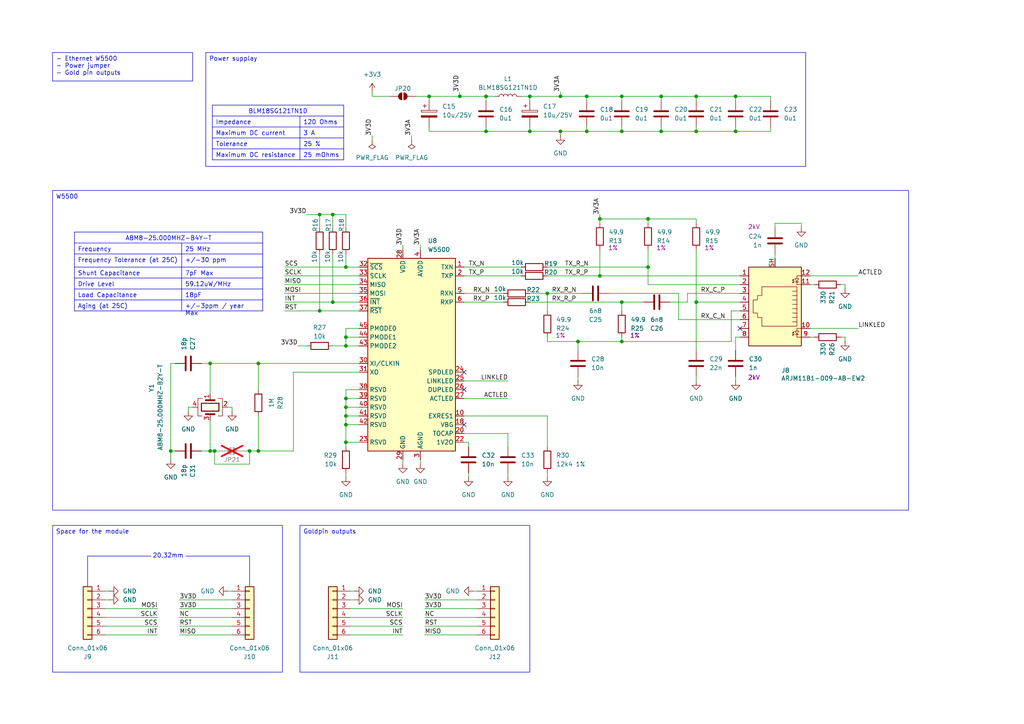
<source format=kicad_sch>
(kicad_sch (version 20250114) (generator "eeschema") (generator_version "9.0")
  (paper "A4")
  (lib_symbols
    (symbol "Connector:RJ45_LED_Shielded" (pin_names (offset 1.016))
      (property "Reference" "J" (at -5.08 13.97 0))
      (property "Value" "RJ45_LED_Shielded" (at 1.27 13.97 0))
      (symbol "RJ45_LED_Shielded_1_1"
        (pin passive line (at -10.16 10.16 0) (length 2.54) (name "~") (number "9"))
        (pin passive line (at -10.16 7.62 0) (length 2.54) (name "~") (number "10"))
        (pin passive line (at -10.16 -5.08 0) (length 2.54) (name "~") (number "11"))
        (pin passive line (at -10.16 -7.62 0) (length 2.54) (name "~") (number "12"))
        (pin passive line (at 0 -12.7 90) (length 2.54) (name "~") (number "SH"))
        (pin passive line (at 10.16 10.16 180) (length 2.54) (name "~") (number "8"))
        (pin passive line (at 10.16 7.62 180) (length 2.54) (name "~") (number "7"))
        (pin passive line (at 10.16 5.08 180) (length 2.54) (name "~") (number "6"))
        (pin passive line (at 10.16 2.54 180) (length 2.54) (name "~") (number "5"))
        (pin passive line (at 10.16 0 180) (length 2.54) (name "~") (number "4"))
        (pin passive line (at 10.16 -2.54 180) (length 2.54) (name "~") (number "3"))
        (pin passive line (at 10.16 -5.08 180) (length 2.54) (name "~") (number "2"))
        (pin passive line (at 10.16 -7.62 180) (length 2.54) (name "~") (number "1"))
      )
    )
    (symbol "Connector_Generic:Conn_01x06" (pin_names (offset 1.016) (hide yes))
      (property "Reference" "J" (at 0 7.62 0))
      (property "Value" "Conn_01x06" (at 0 -10.16 0))
      (symbol "Conn_01x06_1_1"
        (pin passive line (at -5.08 5.08 0) (length 3.81) (name "Pin_1") (number "1"))
        (pin passive line (at -5.08 2.54 0) (length 3.81) (name "Pin_2") (number "2"))
        (pin passive line (at -5.08 0 0) (length 3.81) (name "Pin_3") (number "3"))
        (pin passive line (at -5.08 -2.54 0) (length 3.81) (name "Pin_4") (number "4"))
        (pin passive line (at -5.08 -5.08 0) (length 3.81) (name "Pin_5") (number "5"))
        (pin passive line (at -5.08 -7.62 0) (length 3.81) (name "Pin_6") (number "6"))
      )
    )
    (symbol "Device:C" (pin_numbers (hide yes)) (pin_names (offset 0.254))
      (property "Reference" "C" (at 0.635 2.54 0))
      (property "Value" "C" (at 0.635 -2.54 0))
      (symbol "C_1_1"
        (pin passive line (at 0 3.81 270) (length 2.794) (name "~") (number "1"))
        (pin passive line (at 0 -3.81 90) (length 2.794) (name "~") (number "2"))
      )
    )
    (symbol "Device:C_Polarized" (pin_numbers (hide yes)) (pin_names (offset 0.254))
      (property "Reference" "C" (at 0.635 2.54 0))
      (property "Value" "C_Polarized" (at 0.635 -2.54 0))
      (symbol "C_Polarized_1_1"
        (pin passive line (at 0 3.81 270) (length 2.794) (name "~") (number "1"))
        (pin passive line (at 0 -3.81 90) (length 2.794) (name "~") (number "2"))
      )
    )
    (symbol "Device:Crystal_GND24" (pin_names (offset 1.016) (hide yes))
      (property "Reference" "Y" (at 3.175 5.08 0))
      (property "Value" "Crystal_GND24" (at 3.175 3.175 0))
      (symbol "Crystal_GND24_1_1"
        (pin passive line (at -3.81 0 0) (length 1.27) (name "1") (number "1"))
        (pin passive line (at 0 5.08 270) (length 1.27) (name "2") (number "2"))
        (pin passive line (at 0 -5.08 90) (length 1.27) (name "4") (number "4"))
        (pin passive line (at 3.81 0 180) (length 1.27) (name "3") (number "3"))
      )
    )
    (symbol "Device:L" (pin_numbers (hide yes)) (pin_names (offset 1.016) (hide yes))
      (property "Reference" "L" (at -1.27 0 90))
      (property "Value" "L" (at 1.905 0 90))
      (symbol "L_1_1"
        (pin passive line (at 0 3.81 270) (length 1.27) (name "1") (number "1"))
        (pin passive line (at 0 -3.81 90) (length 1.27) (name "2") (number "2"))
      )
    )
    (symbol "Device:R" (pin_numbers (hide yes)) (pin_names (offset 0))
      (property "Reference" "R" (at 2.032 0 90))
      (property "Value" "R" (at 0 0 90))
      (symbol "R_1_1"
        (pin passive line (at 0 3.81 270) (length 1.27) (name "~") (number "1"))
        (pin passive line (at 0 -3.81 90) (length 1.27) (name "~") (number "2"))
      )
    )
    (symbol "Interface_Ethernet:W5500"
      (property "Reference" "U" (at -11.43 29.21 0))
      (property "Value" "W5500" (at 8.89 29.21 0))
      (symbol "W5500_1_1"
        (pin input line (at -15.24 25.4 0) (length 2.54) (name "~{SCS}") (number "32"))
        (pin input line (at -15.24 22.86 0) (length 2.54) (name "SCLK") (number "33"))
        (pin output line (at -15.24 20.32 0) (length 2.54) (name "MISO") (number "34"))
        (pin input line (at -15.24 17.78 0) (length 2.54) (name "MOSI") (number "35"))
        (pin input line (at -15.24 15.24 0) (length 2.54) (name "~{INT}") (number "36"))
        (pin input line (at -15.24 12.7 0) (length 2.54) (name "~{RST}") (number "37"))
        (pin input line (at -15.24 7.62 0) (length 2.54) (name "PMODE0") (number "45"))
        (pin input line (at -15.24 5.08 0) (length 2.54) (name "PMODE1") (number "44"))
        (pin input line (at -15.24 2.54 0) (length 2.54) (name "PMODE2") (number "43"))
        (pin input line (at -15.24 -2.54 0) (length 2.54) (name "XI/CLKIN") (number "30"))
        (pin output line (at -15.24 -5.08 0) (length 2.54) (name "XO") (number "31"))
        (pin input line (at -15.24 -10.16 0) (length 2.54) (name "RSVD") (number "38"))
        (pin input line (at -15.24 -12.7 0) (length 2.54) (name "RSVD") (number "39"))
        (pin input line (at -15.24 -15.24 0) (length 2.54) (name "RSVD") (number "40"))
        (pin input line (at -15.24 -17.78 0) (length 2.54) (name "RSVD") (number "41"))
        (pin input line (at -15.24 -20.32 0) (length 2.54) (name "RSVD") (number "42"))
        (pin input line (at -15.24 -25.4 0) (length 2.54) (name "RSVD") (number "23"))
        (pin power_in line (at -2.54 30.48 270) (length 2.54) (name "VDD") (number "28"))
        (pin power_in line (at -2.54 -30.48 90) (length 2.54) (name "GND") (number "29"))
        (pin passive line (at 2.54 30.48 270) (length 2.54) (hide yes) (name "AVDD") (number "11"))
        (pin passive line (at 2.54 30.48 270) (length 2.54) (hide yes) (name "AVDD") (number "15"))
        (pin passive line (at 2.54 30.48 270) (length 2.54) (hide yes) (name "AVDD") (number "17"))
        (pin passive line (at 2.54 30.48 270) (length 2.54) (hide yes) (name "AVDD") (number "21"))
        (pin power_in line (at 2.54 30.48 270) (length 2.54) (name "AVDD") (number "4"))
        (pin passive line (at 2.54 30.48 270) (length 2.54) (hide yes) (name "AVDD") (number "8"))
        (pin passive line (at 2.54 -30.48 90) (length 2.54) (hide yes) (name "AGND") (number "14"))
        (pin passive line (at 2.54 -30.48 90) (length 2.54) (hide yes) (name "AGND") (number "16"))
        (pin passive line (at 2.54 -30.48 90) (length 2.54) (hide yes) (name "AGND") (number "19"))
        (pin power_in line (at 2.54 -30.48 90) (length 2.54) (name "AGND") (number "3"))
        (pin passive line (at 2.54 -30.48 90) (length 2.54) (hide yes) (name "AGND") (number "48"))
        (pin passive line (at 2.54 -30.48 90) (length 2.54) (hide yes) (name "AGND") (number "9"))
        (pin no_connect line (at 12.7 10.16 180) (length 2.54) (hide yes) (name "DNC") (number "7"))
        (pin no_connect line (at 12.7 7.62 180) (length 2.54) (hide yes) (name "NC") (number "12"))
        (pin no_connect line (at 12.7 5.08 180) (length 2.54) (hide yes) (name "NC") (number "13"))
        (pin no_connect line (at 12.7 2.54 180) (length 2.54) (hide yes) (name "NC") (number "46"))
        (pin no_connect line (at 12.7 0 180) (length 2.54) (hide yes) (name "NC") (number "47"))
        (pin output line (at 15.24 25.4 180) (length 2.54) (name "TXN") (number "1"))
        (pin output line (at 15.24 22.86 180) (length 2.54) (name "TXP") (number "2"))
        (pin input line (at 15.24 17.78 180) (length 2.54) (name "RXN") (number "5"))
        (pin input line (at 15.24 15.24 180) (length 2.54) (name "RXP") (number "6"))
        (pin output line (at 15.24 -5.08 180) (length 2.54) (name "SPDLED") (number "24"))
        (pin output line (at 15.24 -7.62 180) (length 2.54) (name "LINKLED") (number "25"))
        (pin output line (at 15.24 -10.16 180) (length 2.54) (name "DUPLED") (number "26"))
        (pin output line (at 15.24 -12.7 180) (length 2.54) (name "ACTLED") (number "27"))
        (pin passive line (at 15.24 -17.78 180) (length 2.54) (name "EXRES1") (number "10"))
        (pin passive line (at 15.24 -20.32 180) (length 2.54) (name "VBG") (number "18"))
        (pin passive line (at 15.24 -22.86 180) (length 2.54) (name "TOCAP") (number "20"))
        (pin output line (at 15.24 -25.4 180) (length 2.54) (name "1V2O") (number "22"))
      )
    )
    (symbol "Jumper:SolderJumper_2_Open" (pin_numbers (hide yes)) (pin_names (offset 0) (hide yes)) (in_bom no)
      (property "Reference" "JP" (at 0 2.032 0))
      (property "Value" "SolderJumper_2_Open" (at 0 -2.54 0))
      (symbol "SolderJumper_2_Open_1_1"
        (pin passive line (at -3.81 0 0) (length 2.54) (name "A") (number "1"))
        (pin passive line (at 3.81 0 180) (length 2.54) (name "B") (number "2"))
      )
    )
    (symbol "power:+3V3" (power) (pin_numbers (hide yes)) (pin_names (offset 0) (hide yes))
      (property "Value" "+3V3" (at 0 3.556 0))
      (symbol "+3V3_1_1"
        (pin power_in line (at 0 0 90) (length 0) (name "~") (number "1"))
      )
    )
    (symbol "power:GND" (power) (pin_numbers (hide yes)) (pin_names (offset 0) (hide yes))
      (property "Value" "GND" (at 0 -3.81 0))
      (symbol "GND_1_1"
        (pin power_in line (at 0 0 270) (length 0) (name "~") (number "1"))
      )
    )
    (symbol "power:PWR_FLAG" (power) (pin_numbers (hide yes)) (pin_names (offset 0) (hide yes))
      (property "Value" "PWR_FLAG" (at 0 3.81 0))
      (symbol "PWR_FLAG_0_0"
        (pin power_out line (at 0 0 90) (length 0) (name "~") (number "1"))
      )
    )
  )
  (text "20,32mm" (at 48.768 161.29 0) (effects (font (size 1.27 1.27))))
  (text_box "Space for the module" (at 15.24 152.4 0) (size 66.675 42.545) (margins 0.9525 0.9525 0.9525 0.9525) (effects (font (size 1.27 1.27)) (justify left top)))
  (text_box "- Ethernet W5500\n- Power jumper\n- Gold pin outputs" (at 15.24 15.24 0) (size 40.64 8.255) (margins 0.9525 0.9525 0.9525 0.9525) (effects (font (size 1.27 1.27)) (justify left top)))
  (text_box "Goldpin outputs" (at 86.995 152.4 0) (size 66.675 42.545) (margins 0.9525 0.9525 0.9525 0.9525) (effects (font (size 1.27 1.27)) (justify left top)))
  (text_box "Power supplay" (at 59.69 15.24 0) (size 173.99 33.02) (margins 0.9525 0.9525 0.9525 0.9525) (effects (font (size 1.27 1.27)) (justify left top)))
  (text_box "W5500" (at 15.24 55.245 0) (size 248.285 92.71) (margins 0.9525 0.9525 0.9525 0.9525) (effects (font (size 1.27 1.27)) (justify left top)))
  (junction (at 49.53 130.81))
  (junction (at 100.33 118.11))
  (junction (at 72.39 130.81))
  (junction (at 74.93 105.41))
  (junction (at 201.93 87.63))
  (junction (at 187.96 63.5))
  (junction (at 213.36 38.1))
  (junction (at 201.93 38.1))
  (junction (at 92.71 62.23))
  (junction (at 170.18 38.1))
  (junction (at 170.18 27.94))
  (junction (at 173.99 63.5))
  (junction (at 100.33 100.33))
  (junction (at 100.33 97.79))
  (junction (at 180.34 38.1))
  (junction (at 96.52 62.23))
  (junction (at 201.93 27.94))
  (junction (at 153.67 38.1))
  (junction (at 180.34 99.06))
  (junction (at 180.34 87.63))
  (junction (at 60.96 105.41))
  (junction (at 100.33 120.65))
  (junction (at 92.71 90.17))
  (junction (at 133.35 27.94))
  (junction (at 173.99 80.01))
  (junction (at 100.33 128.27))
  (junction (at 162.56 27.94))
  (junction (at 60.96 130.81))
  (junction (at 124.46 27.94))
  (junction (at 140.97 27.94))
  (junction (at 162.56 38.1))
  (junction (at 62.23 130.81))
  (junction (at 187.96 77.47))
  (junction (at 191.77 27.94))
  (junction (at 191.77 38.1))
  (junction (at 74.93 130.81))
  (junction (at 100.33 123.19))
  (junction (at 158.75 85.09))
  (junction (at 180.34 27.94))
  (junction (at 213.36 27.94))
  (junction (at 100.33 115.57))
  (junction (at 167.64 99.06))
  (junction (at 100.33 77.47))
  (junction (at 153.67 27.94))
  (junction (at 96.52 87.63))
  (junction (at 140.97 38.1))
  (no_connect (at 134.62 123.19))
  (no_connect (at 214.63 95.25))
  (no_connect (at 134.62 113.03))
  (no_connect (at 134.62 107.95))
  (wire (pts (xy 180.34 36.83) (xy 180.34 38.1)))
  (wire (pts (xy 116.84 176.53) (xy 101.6 176.53)))
  (wire (pts (xy 180.34 99.06) (xy 180.34 97.79)))
  (wire (pts (xy 60.96 105.41) (xy 74.93 105.41)))
  (wire (pts (xy 74.93 120.65) (xy 74.93 130.81)))
  (wire (pts (xy 123.19 173.99) (xy 138.43 173.99)))
  (wire (pts (xy 100.33 118.11) (xy 104.14 118.11)))
  (wire (pts (xy 100.33 115.57) (xy 104.14 115.57)))
  (wire (pts (xy 224.79 64.77) (xy 224.79 66.04)))
  (wire (pts (xy 158.75 97.79) (xy 158.75 99.06)))
  (wire (pts (xy 52.07 176.53) (xy 67.31 176.53)))
  (wire (pts (xy 123.19 176.53) (xy 138.43 176.53)))
  (wire (pts (xy 102.87 171.45) (xy 101.6 171.45)))
  (wire (pts (xy 96.52 73.66) (xy 96.52 87.63)))
  (wire (pts (xy 100.33 128.27) (xy 100.33 129.54)))
  (wire (pts (xy 176.53 85.09) (xy 196.85 85.09)))
  (wire (pts (xy 116.84 179.07) (xy 101.6 179.07)))
  (wire (pts (xy 71.12 130.81) (xy 72.39 130.81)))
  (wire (pts (xy 100.33 73.66) (xy 100.33 77.47)))
  (wire (pts (xy 162.56 27.94) (xy 170.18 27.94)))
  (wire (pts (xy 58.42 130.81) (xy 60.96 130.81)))
  (wire (pts (xy 74.93 105.41) (xy 74.93 113.03)))
  (wire (pts (xy 158.75 137.16) (xy 158.75 138.43)))
  (wire (pts (xy 92.71 62.23) (xy 96.52 62.23)))
  (wire (pts (xy 100.33 123.19) (xy 100.33 128.27)))
  (wire (pts (xy 170.18 36.83) (xy 170.18 38.1)))
  (wire (pts (xy 96.52 87.63) (xy 104.14 87.63)))
  (wire (pts (xy 158.75 129.54) (xy 158.75 120.65)))
  (wire (pts (xy 82.55 85.09) (xy 104.14 85.09)))
  (wire (pts (xy 52.07 173.99) (xy 67.31 173.99)))
  (wire (pts (xy 151.13 27.94) (xy 153.67 27.94)))
  (wire (pts (xy 116.84 134.62) (xy 116.84 133.35)))
  (wire (pts (xy 180.34 87.63) (xy 180.34 90.17)))
  (wire (pts (xy 180.34 27.94) (xy 180.34 29.21)))
  (wire (pts (xy 133.35 26.67) (xy 133.35 27.94)))
  (wire (pts (xy 245.11 99.06) (xy 245.11 97.79)))
  (wire (pts (xy 153.67 38.1) (xy 162.56 38.1)))
  (wire (pts (xy 201.93 109.22) (xy 201.93 110.49)))
  (wire (pts (xy 213.36 27.94) (xy 213.36 29.21)))
  (wire (pts (xy 191.77 38.1) (xy 201.93 38.1)))
  (wire (pts (xy 224.79 73.66) (xy 224.79 74.93)))
  (wire (pts (xy 213.36 27.94) (xy 223.52 27.94)))
  (wire (pts (xy 173.99 63.5) (xy 187.96 63.5)))
  (wire (pts (xy 102.87 173.99) (xy 101.6 173.99)))
  (wire (pts (xy 100.33 115.57) (xy 100.33 118.11)))
  (wire (pts (xy 45.72 184.15) (xy 30.48 184.15)))
  (wire (pts (xy 54.61 119.38) (xy 54.61 118.11)))
  (wire (pts (xy 213.36 97.79) (xy 214.63 97.79)))
  (wire (pts (xy 234.95 95.25) (xy 248.92 95.25)))
  (wire (pts (xy 54.61 118.11) (xy 55.88 118.11)))
  (wire (pts (xy 134.62 77.47) (xy 151.13 77.47)))
  (wire (pts (xy 60.96 121.92) (xy 60.96 130.81)))
  (wire (pts (xy 201.93 36.83) (xy 201.93 38.1)))
  (wire (pts (xy 124.46 38.1) (xy 140.97 38.1)))
  (wire (pts (xy 191.77 27.94) (xy 191.77 29.21)))
  (wire (pts (xy 173.99 80.01) (xy 214.63 80.01)))
  (wire (pts (xy 135.89 129.54) (xy 135.89 128.27)))
  (wire (pts (xy 52.07 179.07) (xy 67.31 179.07)))
  (wire (pts (xy 180.34 99.06) (xy 212.09 99.06)))
  (wire (pts (xy 153.67 27.94) (xy 162.56 27.94)))
  (wire (pts (xy 121.92 71.12) (xy 121.92 72.39)))
  (wire (pts (xy 199.39 85.09) (xy 214.63 85.09)))
  (wire (pts (xy 104.14 95.25) (xy 100.33 95.25)))
  (wire (pts (xy 107.95 39.37) (xy 107.95 40.64)))
  (wire (pts (xy 196.85 85.09) (xy 196.85 92.71)))
  (wire (pts (xy 201.93 72.39) (xy 201.93 87.63)))
  (wire (pts (xy 187.96 82.55) (xy 214.63 82.55)))
  (wire (pts (xy 158.75 99.06) (xy 167.64 99.06)))
  (wire (pts (xy 140.97 36.83) (xy 140.97 38.1)))
  (wire (pts (xy 86.36 100.33) (xy 88.9 100.33)))
  (wire (pts (xy 124.46 27.94) (xy 124.46 29.21)))
  (wire (pts (xy 223.52 36.83) (xy 223.52 38.1)))
  (wire (pts (xy 173.99 63.5) (xy 173.99 64.77)))
  (wire (pts (xy 58.42 105.41) (xy 60.96 105.41)))
  (wire (pts (xy 52.07 181.61) (xy 67.31 181.61)))
  (wire (pts (xy 60.96 105.41) (xy 60.96 114.3)))
  (wire (pts (xy 88.9 62.23) (xy 92.71 62.23)))
  (wire (pts (xy 49.53 105.41) (xy 50.8 105.41)))
  (wire (pts (xy 187.96 77.47) (xy 187.96 82.55)))
  (wire (pts (xy 62.23 134.62) (xy 72.39 134.62)))
  (wire (pts (xy 60.96 130.81) (xy 62.23 130.81)))
  (wire (pts (xy 187.96 63.5) (xy 187.96 64.77)))
  (wire (pts (xy 201.93 63.5) (xy 201.93 64.77)))
  (wire (pts (xy 100.33 118.11) (xy 100.33 120.65)))
  (wire (pts (xy 213.36 101.6) (xy 213.36 97.79)))
  (wire (pts (xy 214.63 90.17) (xy 212.09 90.17)))
  (wire (pts (xy 140.97 38.1) (xy 153.67 38.1)))
  (wire (pts (xy 116.84 71.12) (xy 116.84 72.39)))
  (wire (pts (xy 212.09 90.17) (xy 212.09 99.06)))
  (wire (pts (xy 201.93 27.94) (xy 213.36 27.94)))
  (wire (pts (xy 31.75 171.45) (xy 30.48 171.45)))
  (wire (pts (xy 96.52 100.33) (xy 100.33 100.33)))
  (wire (pts (xy 243.84 97.79) (xy 245.11 97.79)))
  (wire (pts (xy 123.19 179.07) (xy 138.43 179.07)))
  (wire (pts (xy 170.18 38.1) (xy 180.34 38.1)))
  (wire (pts (xy 199.39 87.63) (xy 199.39 85.09)))
  (wire (pts (xy 123.19 181.61) (xy 138.43 181.61)))
  (wire (pts (xy 62.23 130.81) (xy 63.5 130.81)))
  (wire (pts (xy 119.38 39.37) (xy 119.38 40.64)))
  (wire (pts (xy 100.33 113.03) (xy 100.33 115.57)))
  (wire (pts (xy 153.67 85.09) (xy 158.75 85.09)))
  (wire (pts (xy 85.09 130.81) (xy 74.93 130.81)))
  (wire (pts (xy 100.33 97.79) (xy 100.33 100.33)))
  (wire (pts (xy 92.71 73.66) (xy 92.71 90.17)))
  (wire (pts (xy 162.56 39.37) (xy 162.56 38.1)))
  (wire (pts (xy 31.75 173.99) (xy 30.48 173.99)))
  (wire (pts (xy 180.34 38.1) (xy 191.77 38.1)))
  (wire (pts (xy 153.67 36.83) (xy 153.67 38.1)))
  (wire (pts (xy 162.56 26.67) (xy 162.56 27.94)))
  (polyline (pts (xy 72.39 161.29) (xy 72.39 170.18)))
  (wire (pts (xy 116.84 181.61) (xy 101.6 181.61)))
  (wire (pts (xy 194.31 87.63) (xy 199.39 87.63)))
  (wire (pts (xy 100.33 123.19) (xy 104.14 123.19)))
  (wire (pts (xy 82.55 77.47) (xy 100.33 77.47)))
  (wire (pts (xy 196.85 92.71) (xy 214.63 92.71)))
  (wire (pts (xy 82.55 90.17) (xy 92.71 90.17)))
  (wire (pts (xy 173.99 62.23) (xy 173.99 63.5)))
  (wire (pts (xy 170.18 27.94) (xy 170.18 29.21)))
  (wire (pts (xy 45.72 181.61) (xy 30.48 181.61)))
  (wire (pts (xy 153.67 27.94) (xy 153.67 29.21)))
  (wire (pts (xy 100.33 97.79) (xy 104.14 97.79)))
  (wire (pts (xy 180.34 87.63) (xy 186.69 87.63)))
  (wire (pts (xy 135.89 128.27) (xy 134.62 128.27)))
  (wire (pts (xy 96.52 62.23) (xy 100.33 62.23)))
  (wire (pts (xy 82.55 87.63) (xy 96.52 87.63)))
  (wire (pts (xy 49.53 105.41) (xy 49.53 130.81)))
  (wire (pts (xy 85.09 107.95) (xy 85.09 130.81)))
  (wire (pts (xy 167.64 109.22) (xy 167.64 110.49)))
  (wire (pts (xy 213.36 36.83) (xy 213.36 38.1)))
  (wire (pts (xy 67.31 119.38) (xy 67.31 118.11)))
  (wire (pts (xy 147.32 137.16) (xy 147.32 138.43)))
  (wire (pts (xy 167.64 99.06) (xy 167.64 101.6)))
  (wire (pts (xy 158.75 80.01) (xy 173.99 80.01)))
  (wire (pts (xy 232.41 64.77) (xy 224.79 64.77)))
  (wire (pts (xy 134.62 110.49) (xy 147.32 110.49)))
  (wire (pts (xy 234.95 97.79) (xy 236.22 97.79)))
  (wire (pts (xy 167.64 99.06) (xy 180.34 99.06)))
  (wire (pts (xy 100.33 95.25) (xy 100.33 97.79)))
  (wire (pts (xy 96.52 62.23) (xy 96.52 66.04)))
  (wire (pts (xy 140.97 27.94) (xy 140.97 29.21)))
  (polyline (pts (xy 53.975 161.29) (xy 72.39 161.29)))
  (wire (pts (xy 104.14 107.95) (xy 85.09 107.95)))
  (wire (pts (xy 158.75 85.09) (xy 168.91 85.09)))
  (wire (pts (xy 162.56 38.1) (xy 170.18 38.1)))
  (wire (pts (xy 201.93 38.1) (xy 213.36 38.1)))
  (wire (pts (xy 107.95 27.94) (xy 113.03 27.94)))
  (wire (pts (xy 147.32 125.73) (xy 134.62 125.73)))
  (wire (pts (xy 49.53 133.35) (xy 49.53 130.81)))
  (wire (pts (xy 137.16 171.45) (xy 138.43 171.45)))
  (wire (pts (xy 123.19 184.15) (xy 138.43 184.15)))
  (wire (pts (xy 158.75 77.47) (xy 187.96 77.47)))
  (wire (pts (xy 100.33 100.33) (xy 104.14 100.33)))
  (wire (pts (xy 134.62 87.63) (xy 146.05 87.63)))
  (wire (pts (xy 100.33 120.65) (xy 100.33 123.19)))
  (wire (pts (xy 62.23 130.81) (xy 62.23 134.62)))
  (wire (pts (xy 116.84 184.15) (xy 101.6 184.15)))
  (wire (pts (xy 124.46 27.94) (xy 133.35 27.94)))
  (wire (pts (xy 66.04 171.45) (xy 67.31 171.45)))
  (wire (pts (xy 120.65 27.94) (xy 124.46 27.94)))
  (wire (pts (xy 92.71 90.17) (xy 104.14 90.17)))
  (wire (pts (xy 232.41 66.04) (xy 232.41 64.77)))
  (wire (pts (xy 74.93 105.41) (xy 104.14 105.41)))
  (wire (pts (xy 173.99 72.39) (xy 173.99 80.01)))
  (wire (pts (xy 201.93 87.63) (xy 214.63 87.63)))
  (wire (pts (xy 187.96 72.39) (xy 187.96 77.47)))
  (polyline (pts (xy 25.4 161.29) (xy 25.4 170.18)))
  (wire (pts (xy 170.18 27.94) (xy 180.34 27.94)))
  (polyline (pts (xy 43.815 161.29) (xy 25.4 161.29)))
  (wire (pts (xy 100.33 77.47) (xy 104.14 77.47)))
  (wire (pts (xy 135.89 137.16) (xy 135.89 138.43)))
  (wire (pts (xy 191.77 27.94) (xy 201.93 27.94)))
  (wire (pts (xy 234.95 82.55) (xy 236.22 82.55)))
  (wire (pts (xy 201.93 87.63) (xy 201.93 101.6)))
  (wire (pts (xy 121.92 134.62) (xy 121.92 133.35)))
  (wire (pts (xy 158.75 85.09) (xy 158.75 90.17)))
  (wire (pts (xy 67.31 118.11) (xy 66.04 118.11)))
  (wire (pts (xy 92.71 62.23) (xy 92.71 66.04)))
  (wire (pts (xy 245.11 82.55) (xy 243.84 82.55)))
  (wire (pts (xy 82.55 82.55) (xy 104.14 82.55)))
  (wire (pts (xy 147.32 129.54) (xy 147.32 125.73)))
  (wire (pts (xy 134.62 115.57) (xy 147.32 115.57)))
  (wire (pts (xy 100.33 138.43) (xy 100.33 137.16)))
  (wire (pts (xy 234.95 80.01) (xy 248.92 80.01)))
  (wire (pts (xy 82.55 80.01) (xy 104.14 80.01)))
  (wire (pts (xy 124.46 36.83) (xy 124.46 38.1)))
  (wire (pts (xy 133.35 27.94) (xy 140.97 27.94)))
  (wire (pts (xy 213.36 38.1) (xy 223.52 38.1)))
  (wire (pts (xy 223.52 27.94) (xy 223.52 29.21)))
  (wire (pts (xy 187.96 63.5) (xy 201.93 63.5)))
  (wire (pts (xy 153.67 87.63) (xy 180.34 87.63)))
  (wire (pts (xy 100.33 128.27) (xy 104.14 128.27)))
  (wire (pts (xy 100.33 113.03) (xy 104.14 113.03)))
  (wire (pts (xy 52.07 184.15) (xy 67.31 184.15)))
  (wire (pts (xy 158.75 120.65) (xy 134.62 120.65)))
  (wire (pts (xy 45.72 179.07) (xy 30.48 179.07)))
  (wire (pts (xy 72.39 134.62) (xy 72.39 130.81)))
  (wire (pts (xy 213.36 110.49) (xy 213.36 109.22)))
  (wire (pts (xy 140.97 27.94) (xy 143.51 27.94)))
  (wire (pts (xy 134.62 85.09) (xy 146.05 85.09)))
  (wire (pts (xy 134.62 80.01) (xy 151.13 80.01)))
  (wire (pts (xy 100.33 62.23) (xy 100.33 66.04)))
  (wire (pts (xy 72.39 130.81) (xy 74.93 130.81)))
  (wire (pts (xy 180.34 27.94) (xy 191.77 27.94)))
  (wire (pts (xy 45.72 176.53) (xy 30.48 176.53)))
  (wire (pts (xy 49.53 130.81) (xy 50.8 130.81)))
  (wire (pts (xy 191.77 36.83) (xy 191.77 38.1)))
  (wire (pts (xy 245.11 83.82) (xy 245.11 82.55)))
  (wire (pts (xy 100.33 120.65) (xy 104.14 120.65)))
  (wire (pts (xy 201.93 27.94) (xy 201.93 29.21)))
  (wire (pts (xy 107.95 27.94) (xy 107.95 26.67)))
  (image (at -182.88 142.875))
  (table (column_count 2) (border (external yes) (header yes)) (separators (rows yes) (cols yes)) (column_widths 31.115 23.495) (row_heights 3.175 3.175 3.81 3.175 3.175 3.175 3.175) (cells (table_cell "ABM8-25.000MHZ-B4Y-T" (at 21.59 67.31 0) (size 54.61 3.175) (margins 0.9525 0.9525 0.9525 0.9525) (span 2 1)) (table_cell "rgb(240, 240, 240)" (at 52.705 67.31 0) (size 23.495 3.175) (margins 0.9525 0.9525 0.9525 0.9525) (span 0 0)) (table_cell "Frequency" (at 21.59 70.485 0) (size 31.115 3.175) (margins 0.9525 0.9525 0.9525 0.9525) (span 1 1)) (table_cell "25 MHz" (at 52.705 70.485 0) (size 23.495 3.175) (margins 0.9525 0.9525 0.9525 0.9525) (span 1 1)) (table_cell "Frequency Tolerance (at 25C) " (at 21.59 73.66 0) (size 31.115 3.81) (margins 0.9525 0.9525 0.9525 0.9525) (span 1 1)) (table_cell "+/-30 ppm" (at 52.705 73.66 0) (size 23.495 3.81) (margins 0.9525 0.9525 0.9525 0.9525) (span 1 1)) (table_cell "Shunt Capacitance" (at 21.59 77.47 0) (size 31.115 3.175) (margins 0.9525 0.9525 0.9525 0.9525) (span 1 1)) (table_cell "7pF Max" (at 52.705 77.47 0) (size 23.495 3.175) (margins 0.9525 0.9525 0.9525 0.9525) (span 1 1)) (table_cell "Drive Level " (at 21.59 80.645 0) (size 31.115 3.175) (margins 0.9525 0.9525 0.9525 0.9525) (span 1 1)) (table_cell "59.12uW/MHz" (at 52.705 80.645 0) (size 23.495 3.175) (margins 0.9525 0.9525 0.9525 0.9525) (span 1 1)) (table_cell "Load Capacitance" (at 21.59 83.82 0) (size 31.115 3.175) (margins 0.9525 0.9525 0.9525 0.9525) (span 1 1)) (table_cell "18pF" (at 52.705 83.82 0) (size 23.495 3.175) (margins 0.9525 0.9525 0.9525 0.9525) (span 1 1)) (table_cell "Aging (at 25C) " (at 21.59 86.995 0) (size 31.115 3.175) (margins 0.9525 0.9525 0.9525 0.9525) (span 1 1)) (table_cell "+/-3ppm / year Max\n" (at 52.705 86.995 0) (size 23.495 3.175) (margins 0.9525 0.9525 0.9525 0.9525) (span 1 1))))
  (table (column_count 2) (border (external yes) (header yes)) (separators (rows yes) (cols yes)) (column_widths 25.4 12.7) (row_heights 3.175 3.175 3.175 3.175 3.175) (cells (table_cell "BLM18SG121TN1D" (at 61.595 30.48 0) (size 38.1 3.175) (margins 0.9525 0.9525 0.9525 0.9525) (span 2 1)) (table_cell "rgb(240, 240, 240)" (at 86.995 30.48 0) (size 12.7 3.175) (margins 0.9525 0.9525 0.9525 0.9525) (span 0 0)) (table_cell "Impedance" (at 61.595 33.655 0) (size 25.4 3.175) (margins 0.9525 0.9525 0.9525 0.9525) (span 1 1)) (table_cell "120 Ohms" (at 86.995 33.655 0) (size 12.7 3.175) (margins 0.9525 0.9525 0.9525 0.9525) (span 1 1)) (table_cell "Maximum DC current" (at 61.595 36.83 0) (size 25.4 3.175) (margins 0.9525 0.9525 0.9525 0.9525) (span 1 1)) (table_cell "3 A" (at 86.995 36.83 0) (size 12.7 3.175) (margins 0.9525 0.9525 0.9525 0.9525) (span 1 1)) (table_cell "Tolerance" (at 61.595 40.005 0) (size 25.4 3.175) (margins 0.9525 0.9525 0.9525 0.9525) (span 1 1)) (table_cell "25 %" (at 86.995 40.005 0) (size 12.7 3.175) (margins 0.9525 0.9525 0.9525 0.9525) (span 1 1)) (table_cell "Maximum DC resistance" (at 61.595 43.18 0) (size 25.4 3.175) (margins 0.9525 0.9525 0.9525 0.9525) (span 1 1)) (table_cell "25 mOhms" (at 86.995 43.18 0) (size 12.7 3.175) (margins 0.9525 0.9525 0.9525 0.9525) (span 1 1))))
  (label "RX_R_P" (at 160.02 87.63 0))
  (label "TX_P" (at 135.89 80.01 0))
  (label "LINKLED" (at 248.92 95.25 0))
  (label "ACTLED" (at 248.92 80.01 0))
  (label "INT" (at 45.72 184.15 180))
  (label "3V3D" (at 133.35 26.67 90))
  (label "3V3D" (at 123.19 173.99 0))
  (label "SCS" (at 116.84 181.61 180))
  (label "SCS" (at 45.72 181.61 180))
  (label "INT" (at 116.84 184.15 180))
  (label "SCLK" (at 82.55 80.01 0))
  (label "RST" (at 123.19 181.61 0))
  (label "TX_N" (at 135.89 77.47 0))
  (label "TX_R_P" (at 163.83 80.01 0))
  (label "RX_P" (at 137.16 87.63 0))
  (label "3V3D" (at 52.07 173.99 0))
  (label "RX_C_P" (at 203.2 85.09 0))
  (label "RST" (at 82.55 90.17 0))
  (label "LINKLED" (at 147.32 110.49 180))
  (label "RST" (at 52.07 181.61 0))
  (label "3V3D" (at 52.07 176.53 0))
  (label "NC" (at 123.19 179.07 0))
  (label "3V3A" (at 173.99 62.23 90))
  (label "MISO" (at 52.07 184.15 0))
  (label "3V3D" (at 107.95 39.37 90))
  (label "NC" (at 52.07 179.07 0))
  (label "ACTLED" (at 147.32 115.57 180))
  (label "SCS" (at 82.55 77.47 0))
  (label "3V3D" (at 123.19 176.53 0))
  (label "3V3A" (at 162.56 26.67 90))
  (label "RX_N" (at 137.16 85.09 0))
  (label "TX_R_N" (at 163.83 77.47 0))
  (label "INT" (at 82.55 87.63 0))
  (label "RX_C_N" (at 203.2 92.71 0))
  (label "3V3D" (at 116.84 71.12 90))
  (label "MISO" (at 82.55 82.55 0))
  (label "MISO" (at 123.19 184.15 0))
  (label "3V3A" (at 119.38 39.37 90))
  (label "MOSI" (at 116.84 176.53 180))
  (label "3V3D" (at 86.36 100.33 180))
  (label "MOSI" (at 82.55 85.09 0))
  (label "3V3D" (at 88.9 62.23 180))
  (label "SCLK" (at 116.84 179.07 180))
  (label "SCLK" (at 45.72 179.07 180))
  (label "3V3A" (at 121.92 71.12 90))
  (label "RX_R_N" (at 160.02 85.09 0))
  (label "MOSI" (at 45.72 176.53 180))
  (symbol (lib_id "Device:C") (at 140.97 33.02 0) (unit 1)
    (property "Reference" "C16" (at 144.78 31.7499 0) (effects (justify left)))
    (property "Value" "0u1" (at 144.78 34.2899 0) (effects (justify left)))
    (property "Footprint" "Capacitor_SMD:C_0603_1608Metric_Pad1.08x0.95mm_HandSolder" (effects (hide yes)))
    (property "Description" "Unpolarized capacitor" (effects (hide yes)))
  )
  (symbol (lib_id "Device:R") (at 158.75 133.35 0) (unit 1)
    (property "Reference" "R30" (at 161.29 132.0799 0) (effects (justify left)))
    (property "Value" "12k4 1%" (at 161.29 134.6199 0) (effects (justify left)))
    (property "Footprint" "Resistor_SMD:R_0603_1608Metric_Pad0.98x0.95mm_HandSolder" (effects (hide yes)))
    (property "Description" "Resistor" (effects (hide yes)))
  )
  (symbol (lib_id "Device:C") (at 54.61 105.41 270) (mirror x) (unit 1)
    (property "Reference" "C27" (at 55.8801 101.6 0) (effects (justify left)))
    (property "Value" "18p" (at 53.3401 101.6 0) (effects (justify left)))
    (property "Footprint" "Capacitor_SMD:C_0603_1608Metric_Pad1.08x0.95mm_HandSolder" (effects (hide yes)))
    (property "Description" "Unpolarized capacitor" (effects (hide yes)))
  )
  (symbol (lib_id "Device:R") (at 100.33 133.35 0) (mirror y) (unit 1)
    (property "Reference" "R29" (at 97.79 132.0799 0) (effects (justify left)))
    (property "Value" "10k" (at 97.79 134.6199 0) (effects (justify left)))
    (property "Footprint" "Resistor_SMD:R_0603_1608Metric_Pad0.98x0.95mm_HandSolder" (effects (hide yes)))
    (property "Description" "Resistor" (effects (hide yes)))
  )
  (symbol (lib_id "Device:C") (at 224.79 69.85 0) (mirror y) (unit 1)
    (property "Reference" "C24" (at 220.98 68.5799 0) (effects (justify left)))
    (property "Value" "1n" (at 220.98 71.1199 0) (effects (justify left)))
    (property "Footprint" "Capacitor_SMD:C_0603_1608Metric_Pad1.08x0.95mm_HandSolder" (effects (hide yes)))
    (property "Description" "Unpolarized capacitor" (effects (hide yes)))
    (property "V" "2kV" (at 218.694 65.786 0))
  )
  (symbol (lib_id "power:GND") (at 245.11 99.06 0) (unit 1)
    (property "Reference" "#PWR074" (effects (hide yes)))
    (property "Value" "GND" (at 245.11 104.14 0))
    (property "Description" "Power symbol creates a global label with name \"GND\" , ground" (effects (hide yes)))
  )
  (symbol (lib_id "Device:C") (at 213.36 105.41 0) (unit 1)
    (property "Reference" "C30" (at 217.17 104.1399 0) (effects (justify left)))
    (property "Value" "1n" (at 217.17 106.6799 0) (effects (justify left)))
    (property "Footprint" "Capacitor_SMD:C_0603_1608Metric_Pad1.08x0.95mm_HandSolder" (effects (hide yes)))
    (property "Description" "Unpolarized capacitor" (effects (hide yes)))
    (property "V" "2kV" (at 218.694 109.474 0))
  )
  (symbol (lib_id "power:GND") (at 116.84 134.62 0) (unit 1)
    (property "Reference" "#PWR081" (effects (hide yes)))
    (property "Value" "GND" (at 116.84 139.7 0))
    (property "Description" "Power symbol creates a global label with name \"GND\" , ground" (effects (hide yes)))
  )
  (symbol (lib_id "Device:C") (at 190.5 87.63 90) (mirror x) (unit 1)
    (property "Reference" "C26" (at 190.5 95.25 90))
    (property "Value" "6n8" (at 190.5 92.71 90))
    (property "Footprint" "Capacitor_SMD:C_0603_1608Metric_Pad1.08x0.95mm_HandSolder" (effects (hide yes)))
    (property "Description" "Unpolarized capacitor" (effects (hide yes)))
  )
  (symbol (lib_id "power:GND") (at 245.11 83.82 0) (unit 1)
    (property "Reference" "#PWR0174" (effects (hide yes)))
    (property "Value" "GND" (at 245.11 88.9 0))
    (property "Description" "Power symbol creates a global label with name \"GND\" , ground" (effects (hide yes)))
  )
  (symbol (lib_id "Device:R") (at 240.03 97.79 90) (unit 1)
    (property "Reference" "R26" (at 241.3 99.314 0) (effects (justify right)))
    (property "Value" "330" (at 238.76 99.314 0) (effects (justify right)))
    (property "Footprint" "Resistor_SMD:R_0603_1608Metric_Pad0.98x0.95mm_HandSolder" (effects (hide yes)))
    (property "Description" "Resistor" (effects (hide yes)))
  )
  (symbol (lib_id "Device:C") (at 201.93 105.41 0) (unit 1)
    (property "Reference" "C29" (at 205.74 104.1399 0) (effects (justify left)))
    (property "Value" "22n" (at 205.74 106.6799 0) (effects (justify left)))
    (property "Footprint" "Capacitor_SMD:C_0603_1608Metric_Pad1.08x0.95mm_HandSolder" (effects (hide yes)))
    (property "Description" "Unpolarized capacitor" (effects (hide yes)))
  )
  (symbol (lib_id "power:GND") (at 54.61 119.38 0) (unit 1)
    (property "Reference" "#PWR078" (effects (hide yes)))
    (property "Value" "GND" (at 54.61 124.46 0))
    (property "Description" "Power symbol creates a global label with name \"GND\" , ground" (effects (hide yes)))
  )
  (symbol (lib_id "power:GND") (at 137.16 171.45 270) (unit 1)
    (property "Reference" "#PWR090" (effects (hide yes)))
    (property "Value" "GND" (at 133.35 171.4499 90) (effects (justify right)))
    (property "Description" "Power symbol creates a global label with name \"GND\" , ground" (effects (hide yes)))
  )
  (symbol (lib_id "power:+3V3") (at 107.95 26.67 0) (unit 1)
    (property "Reference" "#PWR071" (effects (hide yes)))
    (property "Value" "+3V3" (at 107.95 21.59 0))
    (property "Description" "Power symbol creates a global label with name \"+3V3\"" (effects (hide yes)))
  )
  (symbol (lib_id "Connector_Generic:Conn_01x06") (at 96.52 176.53 0) (mirror y) (unit 1)
    (property "Reference" "J11" (at 96.52 190.5 0))
    (property "Value" "Conn_01x06" (at 96.52 187.96 0))
    (property "Footprint" "Connector_PinHeader_2.54mm:PinHeader_1x06_P2.54mm_Vertical" (effects (hide yes)))
    (property "Description" "Generic connector, single row, 01x06, script generated (kicad-library-utils/schlib/autogen/connector/)" (effects (hide yes)))
  )
  (symbol (lib_id "Jumper:SolderJumper_2_Open") (at 67.31 130.81 0) (unit 1) (in_bom no) (on_board no) (dnp yes)
    (property "Reference" "JP21" (at 67.31 133.35 0))
    (property "Value" "SolderJumper" (effects (hide yes)))
    (property "Footprint" "Jumper:SolderJumper-2_P1.3mm_Open_TrianglePad1.0x1.5mm" (effects (hide yes)))
    (property "Description" "Solder Jumper, 2-pole, open" (effects (hide yes)))
  )
  (symbol (lib_id "power:GND") (at 201.93 110.49 0) (unit 1)
    (property "Reference" "#PWR076" (effects (hide yes)))
    (property "Value" "GND" (at 201.93 115.57 0))
    (property "Description" "Power symbol creates a global label with name \"GND\" , ground" (effects (hide yes)))
  )
  (symbol (lib_id "Connector_Generic:Conn_01x06") (at 25.4 176.53 0) (mirror y) (unit 1)
    (property "Reference" "J9" (at 25.4 190.5 0))
    (property "Value" "Conn_01x06" (at 25.4 187.96 0))
    (property "Footprint" "Connector_PinSocket_2.54mm:PinSocket_1x06_P2.54mm_Vertical" (effects (hide yes)))
    (property "Description" "Generic connector, single row, 01x06, script generated (kicad-library-utils/schlib/autogen/connector/)" (effects (hide yes)))
  )
  (symbol (lib_id "Device:L") (at 147.32 27.94 90) (unit 1)
    (property "Reference" "L1" (at 147.32 22.86 90))
    (property "Value" "BLM18SG121TN1D" (at 147.32 25.4 90))
    (property "Footprint" "Inductor_SMD:L_0805_2012Metric_Pad1.15x1.40mm_HandSolder" (effects (hide yes)))
    (property "Description" "Inductor" (effects (hide yes)))
  )
  (symbol (lib_id "Device:R") (at 92.71 100.33 90) (unit 1)
    (property "Reference" "R27" (at 92.71 94.996 90))
    (property "Value" "10k" (at 92.71 97.536 90))
    (property "Footprint" "Resistor_SMD:R_0603_1608Metric_Pad0.98x0.95mm_HandSolder" (effects (hide yes)))
    (property "Description" "Resistor" (effects (hide yes)))
  )
  (symbol (lib_id "power:GND") (at 66.04 171.45 270) (unit 1)
    (property "Reference" "#PWR088" (effects (hide yes)))
    (property "Value" "GND" (at 62.23 171.4499 90) (effects (justify right)))
    (property "Description" "Power symbol creates a global label with name \"GND\" , ground" (effects (hide yes)))
  )
  (symbol (lib_id "Device:C") (at 54.61 130.81 270) (unit 1)
    (property "Reference" "C31" (at 55.8801 134.62 0) (effects (justify left)))
    (property "Value" "18p" (at 53.3401 134.62 0) (effects (justify left)))
    (property "Footprint" "Capacitor_SMD:C_0603_1608Metric_Pad1.08x0.95mm_HandSolder" (effects (hide yes)))
    (property "Description" "Unpolarized capacitor" (effects (hide yes)))
  )
  (symbol (lib_id "Device:C") (at 201.93 33.02 0) (unit 1)
    (property "Reference" "C21" (at 205.74 31.7499 0) (effects (justify left)))
    (property "Value" "0u1" (at 205.74 34.2899 0) (effects (justify left)))
    (property "Footprint" "Capacitor_SMD:C_0603_1608Metric_Pad1.08x0.95mm_HandSolder" (effects (hide yes)))
    (property "Description" "Unpolarized capacitor" (effects (hide yes)))
  )
  (symbol (lib_id "Connector:RJ45_LED_Shielded") (at 224.79 87.63 180) (unit 1)
    (property "Reference" "J8" (at 227.838 107.442 0))
    (property "Value" "ARJM11B1-009-AB-EW2" (at 238.76 109.728 0))
    (property "Footprint" "Connector_RJ:RJ45_HALO_HFJ11-x2450E-LxxRL_Horizontal" (effects (hide yes)))
    (property "Description" "RJ connector, 8P8C (8 positions 8 connected), two LEDs, Shielded" (effects (hide yes)))
    (property "store" "https://www.digikey.pl/pl/products/detail/abracon-llc/ARJM11B1-009-AB-EW2/7675231?s=N4IgTCBcDaIIICUBSBZAjGgQmgtABjwE4c5McBRAdQgF0BfIA" (effects (hide yes)))
  )
  (symbol (lib_id "Device:R") (at 96.52 69.85 180) (unit 1)
    (property "Reference" "R17" (at 95.25 65.278 90))
    (property "Value" "10k" (at 94.996 74.422 90))
    (property "Footprint" "Resistor_SMD:R_0603_1608Metric_Pad0.98x0.95mm_HandSolder" (effects (hide yes)))
    (property "Description" "Resistor" (effects (hide yes)))
  )
  (symbol (lib_id "Device:C") (at 147.32 133.35 0) (unit 1)
    (property "Reference" "C33" (at 151.13 132.0799 0) (effects (justify left)))
    (property "Value" "10n" (at 151.13 134.6199 0) (effects (justify left)))
    (property "Footprint" "Capacitor_SMD:C_0805_2012Metric_Pad1.18x1.45mm_HandSolder" (effects (hide yes)))
    (property "Description" "Unpolarized capacitor" (effects (hide yes)))
  )
  (symbol (lib_id "Device:R") (at 201.93 68.58 0) (mirror y) (unit 1)
    (property "Reference" "R15" (at 204.47 69.8501 0) (effects (justify right)))
    (property "Value" "49.9" (at 204.47 67.3101 0) (effects (justify right)))
    (property "Footprint" "Resistor_SMD:R_0603_1608Metric_Pad0.98x0.95mm_HandSolder" (effects (hide yes)))
    (property "Description" "Resistor" (effects (hide yes)))
    (property "tol" "1%" (at 205.74 71.882 0))
  )
  (symbol (lib_id "power:GND") (at 102.87 171.45 90) (unit 1)
    (property "Reference" "#PWR089" (effects (hide yes)))
    (property "Value" "GND" (at 106.68 171.4499 90) (effects (justify right)))
    (property "Description" "Power symbol creates a global label with name \"GND\" , ground" (effects (hide yes)))
  )
  (symbol (lib_id "power:GND") (at 102.87 173.99 90) (unit 1)
    (property "Reference" "#PWR092" (effects (hide yes)))
    (property "Value" "GND" (at 106.68 173.9899 90) (effects (justify right)))
    (property "Description" "Power symbol creates a global label with name \"GND\" , ground" (effects (hide yes)))
  )
  (symbol (lib_id "Device:C") (at 167.64 105.41 0) (unit 1)
    (property "Reference" "C28" (at 171.45 104.1399 0) (effects (justify left)))
    (property "Value" "10n" (at 171.45 106.6799 0) (effects (justify left)))
    (property "Footprint" "Capacitor_SMD:C_0805_2012Metric_Pad1.18x1.45mm_HandSolder" (effects (hide yes)))
    (property "Description" "Unpolarized capacitor" (effects (hide yes)))
  )
  (symbol (lib_id "Device:R") (at 180.34 93.98 0) (mirror y) (unit 1)
    (property "Reference" "R25" (at 182.88 95.2501 0) (effects (justify right)))
    (property "Value" "49.9" (at 182.88 92.7101 0) (effects (justify right)))
    (property "Footprint" "Resistor_SMD:R_0603_1608Metric_Pad0.98x0.95mm_HandSolder" (effects (hide yes)))
    (property "Description" "Resistor" (effects (hide yes)))
    (property "tol" "1%" (at 184.15 97.282 0))
  )
  (symbol (lib_id "Device:R") (at 154.94 77.47 90) (unit 1)
    (property "Reference" "R19" (at 159.766 76.454 90))
    (property "Value" "10k" (at 150.114 76.2 90))
    (property "Footprint" "Resistor_SMD:R_0603_1608Metric_Pad0.98x0.95mm_HandSolder" (effects (hide yes)))
    (property "Description" "Resistor" (effects (hide yes)))
  )
  (symbol (lib_id "Device:R") (at 149.86 87.63 90) (unit 1)
    (property "Reference" "R23" (at 154.686 86.614 90))
    (property "Value" "10k" (at 145.034 86.36 90))
    (property "Footprint" "Resistor_SMD:R_0603_1608Metric_Pad0.98x0.95mm_HandSolder" (effects (hide yes)))
    (property "Description" "Resistor" (effects (hide yes)))
  )
  (symbol (lib_id "Device:C") (at 191.77 33.02 0) (unit 1)
    (property "Reference" "C20" (at 195.58 31.7499 0) (effects (justify left)))
    (property "Value" "0u1" (at 195.58 34.2899 0) (effects (justify left)))
    (property "Footprint" "Capacitor_SMD:C_0603_1608Metric_Pad1.08x0.95mm_HandSolder" (effects (hide yes)))
    (property "Description" "Unpolarized capacitor" (effects (hide yes)))
  )
  (symbol (lib_id "Device:R") (at 173.99 68.58 0) (mirror y) (unit 1)
    (property "Reference" "R13" (at 176.53 69.8501 0) (effects (justify right)))
    (property "Value" "49.9" (at 176.53 67.3101 0) (effects (justify right)))
    (property "Footprint" "Resistor_SMD:R_0603_1608Metric_Pad0.98x0.95mm_HandSolder" (effects (hide yes)))
    (property "Description" "Resistor" (effects (hide yes)))
    (property "tol" "1%" (at 177.8 71.882 0))
  )
  (symbol (lib_id "Device:R") (at 240.03 82.55 90) (unit 1)
    (property "Reference" "R21" (at 241.3 84.328 0) (effects (justify right)))
    (property "Value" "330" (at 238.76 84.328 0) (effects (justify right)))
    (property "Footprint" "Resistor_SMD:R_0603_1608Metric_Pad0.98x0.95mm_HandSolder" (effects (hide yes)))
    (property "Description" "Resistor" (effects (hide yes)))
  )
  (symbol (lib_id "Device:R") (at 187.96 68.58 0) (mirror y) (unit 1)
    (property "Reference" "R14" (at 190.5 69.8501 0) (effects (justify right)))
    (property "Value" "49.9" (at 190.5 67.3101 0) (effects (justify right)))
    (property "Footprint" "Resistor_SMD:R_0603_1608Metric_Pad0.98x0.95mm_HandSolder" (effects (hide yes)))
    (property "Description" "Resistor" (effects (hide yes)))
    (property "tol" "1%" (at 191.77 71.882 0))
  )
  (symbol (lib_id "Device:C_Polarized") (at 124.46 33.02 0) (unit 1)
    (property "Reference" "C15" (at 128.27 30.8609 0) (effects (justify left)))
    (property "Value" "10u/25V" (at 128.27 33.4009 0) (effects (justify left)))
    (property "Footprint" "Capacitor_Tantalum_SMD:CP_EIA-3528-21_Kemet-B_HandSolder" (effects (hide yes)))
    (property "Description" "Polarized capacitor" (effects (hide yes)))
    (property "Field5" "TAJB106K025RNJ" (effects (hide yes)))
  )
  (symbol (lib_id "Device:R") (at 158.75 93.98 0) (mirror y) (unit 1)
    (property "Reference" "R24" (at 161.29 95.2501 0) (effects (justify right)))
    (property "Value" "49.9" (at 161.29 92.7101 0) (effects (justify right)))
    (property "Footprint" "Resistor_SMD:R_0603_1608Metric_Pad0.98x0.95mm_HandSolder" (effects (hide yes)))
    (property "Description" "Resistor" (effects (hide yes)))
    (property "tol" "1%" (at 162.56 97.282 0))
  )
  (symbol (lib_id "Device:C") (at 135.89 133.35 0) (unit 1)
    (property "Reference" "C32" (at 139.7 132.0799 0) (effects (justify left)))
    (property "Value" "10n" (at 139.7 134.6199 0) (effects (justify left)))
    (property "Footprint" "Capacitor_SMD:C_0805_2012Metric_Pad1.18x1.45mm_HandSolder" (effects (hide yes)))
    (property "Description" "Unpolarized capacitor" (effects (hide yes)))
  )
  (symbol (lib_id "Connector_Generic:Conn_01x06") (at 143.51 176.53 0) (unit 1)
    (property "Reference" "J12" (at 143.51 190.5 0))
    (property "Value" "Conn_01x06" (at 143.51 187.96 0))
    (property "Footprint" "Connector_PinHeader_2.54mm:PinHeader_1x06_P2.54mm_Vertical" (effects (hide yes)))
    (property "Description" "Generic connector, single row, 01x06, script generated (kicad-library-utils/schlib/autogen/connector/)" (effects (hide yes)))
  )
  (symbol (lib_id "Interface_Ethernet:W5500") (at 119.38 102.87 0) (unit 1)
    (property "Reference" "U8" (at 124.0633 69.85 0) (effects (justify left)))
    (property "Value" "W5500" (at 124.0633 72.39 0) (effects (justify left)))
    (property "Footprint" "Package_QFP:LQFP-48_7x7mm_P0.5mm" (effects (hide yes)))
    (property "Datasheet" "http://wizwiki.net/wiki/lib/exe/fetch.php/products:w5500:w5500_ds_v109e.pdf" (effects (hide yes)))
    (property "Description" "10/100Mb SPI Ethernet controller with TCP/IP stack, LQFP-48" (effects (hide yes)))
    (property "store" "https://www.digikey.pl/pl/products/detail/wiznet/W5500/4425702" (effects (hide yes)))
  )
  (symbol (lib_id "power:GND") (at 213.36 110.49 0) (unit 1)
    (property "Reference" "#PWR077" (effects (hide yes)))
    (property "Value" "GND" (at 213.36 115.57 0))
    (property "Description" "Power symbol creates a global label with name \"GND\" , ground" (effects (hide yes)))
  )
  (symbol (lib_id "Device:C") (at 180.34 33.02 0) (unit 1)
    (property "Reference" "C19" (at 184.15 31.7499 0) (effects (justify left)))
    (property "Value" "0u1" (at 184.15 34.2899 0) (effects (justify left)))
    (property "Footprint" "Capacitor_SMD:C_0603_1608Metric_Pad1.08x0.95mm_HandSolder" (effects (hide yes)))
    (property "Description" "Unpolarized capacitor" (effects (hide yes)))
  )
  (symbol (lib_id "power:GND") (at 100.33 138.43 0) (unit 1)
    (property "Reference" "#PWR083" (effects (hide yes)))
    (property "Value" "GND" (at 100.33 143.51 0))
    (property "Description" "Power symbol creates a global label with name \"GND\" , ground" (effects (hide yes)))
  )
  (symbol (lib_id "Device:Crystal_GND24") (at 60.96 118.11 270) (unit 1)
    (property "Reference" "Y1" (at 43.942 112.522 0))
    (property "Value" "ABM8-25.000MHZ-B2Y-T" (at 46.482 118.11 0))
    (property "Footprint" "Crystal:Crystal_SMD_3225-4Pin_3.2x2.5mm_HandSoldering" (effects (hide yes)))
    (property "Description" "Four pin crystal, GND on pins 2 and 4" (effects (hide yes)))
    (property "store" "https://www.digikey.pl/pl/products/detail/abracon-llc/ABM8-25-000MHZ-B2Y-T/15996000?s=N4IgTCBcDaIIICECyAOAtGArAOgAz6QAkAtNBMATTQBUQBdAXyA" (effects (hide yes)))
  )
  (symbol (lib_id "power:GND") (at 31.75 173.99 90) (unit 1)
    (property "Reference" "#PWR091" (effects (hide yes)))
    (property "Value" "GND" (at 35.56 173.9899 90) (effects (justify right)))
    (property "Description" "Power symbol creates a global label with name \"GND\" , ground" (effects (hide yes)))
  )
  (symbol (lib_id "power:GND") (at 135.89 138.43 0) (unit 1)
    (property "Reference" "#PWR084" (effects (hide yes)))
    (property "Value" "GND" (at 135.89 143.51 0))
    (property "Description" "Power symbol creates a global label with name \"GND\" , ground" (effects (hide yes)))
  )
  (symbol (lib_id "Device:C") (at 223.52 33.02 0) (unit 1)
    (property "Reference" "C23" (at 227.33 31.7499 0) (effects (justify left)))
    (property "Value" "0u1" (at 227.33 34.2899 0) (effects (justify left)))
    (property "Footprint" "Capacitor_SMD:C_0603_1608Metric_Pad1.08x0.95mm_HandSolder" (effects (hide yes)))
    (property "Description" "Unpolarized capacitor" (effects (hide yes)))
  )
  (symbol (lib_id "power:GND") (at 31.75 171.45 90) (unit 1)
    (property "Reference" "#PWR087" (effects (hide yes)))
    (property "Value" "GND" (at 35.56 171.4499 90) (effects (justify right)))
    (property "Description" "Power symbol creates a global label with name \"GND\" , ground" (effects (hide yes)))
  )
  (symbol (lib_id "Device:R") (at 149.86 85.09 90) (unit 1)
    (property "Reference" "R22" (at 154.686 84.074 90))
    (property "Value" "10k" (at 145.034 83.82 90))
    (property "Footprint" "Resistor_SMD:R_0603_1608Metric_Pad0.98x0.95mm_HandSolder" (effects (hide yes)))
    (property "Description" "Resistor" (effects (hide yes)))
  )
  (symbol (lib_id "Device:R") (at 100.33 69.85 180) (unit 1)
    (property "Reference" "R18" (at 99.06 65.278 90))
    (property "Value" "10k" (at 98.806 74.422 90))
    (property "Footprint" "Resistor_SMD:R_0603_1608Metric_Pad0.98x0.95mm_HandSolder" (effects (hide yes)))
    (property "Description" "Resistor" (effects (hide yes)))
  )
  (symbol (lib_id "Device:C") (at 170.18 33.02 0) (unit 1)
    (property "Reference" "C18" (at 173.99 31.7499 0) (effects (justify left)))
    (property "Value" "0u1" (at 173.99 34.2899 0) (effects (justify left)))
    (property "Footprint" "Capacitor_SMD:C_0603_1608Metric_Pad1.08x0.95mm_HandSolder" (effects (hide yes)))
    (property "Description" "Unpolarized capacitor" (effects (hide yes)))
  )
  (symbol (lib_id "Device:C") (at 213.36 33.02 0) (unit 1)
    (property "Reference" "C22" (at 217.17 31.7499 0) (effects (justify left)))
    (property "Value" "0u1" (at 217.17 34.2899 0) (effects (justify left)))
    (property "Footprint" "Capacitor_SMD:C_0603_1608Metric_Pad1.08x0.95mm_HandSolder" (effects (hide yes)))
    (property "Description" "Unpolarized capacitor" (effects (hide yes)))
  )
  (symbol (lib_id "power:GND") (at 158.75 138.43 0) (unit 1)
    (property "Reference" "#PWR086" (effects (hide yes)))
    (property "Value" "GND" (at 158.75 143.51 0))
    (property "Description" "Power symbol creates a global label with name \"GND\" , ground" (effects (hide yes)))
  )
  (symbol (lib_id "power:GND") (at 49.53 133.35 0) (unit 1)
    (property "Reference" "#PWR080" (effects (hide yes)))
    (property "Value" "GND" (at 49.53 138.43 0))
    (property "Description" "Power symbol creates a global label with name \"GND\" , ground" (effects (hide yes)))
  )
  (symbol (lib_id "Jumper:SolderJumper_2_Open") (at 116.84 27.94 180) (unit 1) (in_bom no)
    (property "Reference" "JP20" (at 116.84 25.654 0))
    (property "Value" "SolderJumper" (effects (hide yes)))
    (property "Footprint" "Jumper:SolderJumper-2_P1.3mm_Open_TrianglePad1.0x1.5mm" (effects (hide yes)))
    (property "Description" "Solder Jumper, 2-pole, open" (effects (hide yes)))
  )
  (symbol (lib_id "Device:C") (at 172.72 85.09 90) (mirror x) (unit 1)
    (property "Reference" "C25" (at 172.72 92.71 90))
    (property "Value" "6n8" (at 172.72 90.17 90))
    (property "Footprint" "Capacitor_SMD:C_0603_1608Metric_Pad1.08x0.95mm_HandSolder" (effects (hide yes)))
    (property "Description" "Unpolarized capacitor" (effects (hide yes)))
  )
  (symbol (lib_id "power:GND") (at 147.32 138.43 0) (unit 1)
    (property "Reference" "#PWR085" (effects (hide yes)))
    (property "Value" "GND" (at 147.32 143.51 0))
    (property "Description" "Power symbol creates a global label with name \"GND\" , ground" (effects (hide yes)))
  )
  (symbol (lib_id "Device:R") (at 74.93 116.84 0) (unit 1)
    (property "Reference" "R28" (at 81.28 116.84 90))
    (property "Value" "1M" (at 78.74 116.84 90))
    (property "Footprint" "Resistor_SMD:R_0603_1608Metric_Pad0.98x0.95mm_HandSolder" (effects (hide yes)))
    (property "Description" "Resistor" (effects (hide yes)))
  )
  (symbol (lib_id "Device:C_Polarized") (at 153.67 33.02 0) (unit 1)
    (property "Reference" "C17" (at 157.48 30.8609 0) (effects (justify left)))
    (property "Value" "10u/25V" (at 157.48 33.4009 0) (effects (justify left)))
    (property "Footprint" "Capacitor_Tantalum_SMD:CP_EIA-3528-21_Kemet-B_HandSolder" (effects (hide yes)))
    (property "Description" "Polarized capacitor" (effects (hide yes)))
    (property "Field5" "TAJB106K025RNJ" (effects (hide yes)))
  )
  (symbol (lib_id "power:GND") (at 232.41 66.04 0) (unit 1)
    (property "Reference" "#PWR073" (effects (hide yes)))
    (property "Value" "GND" (at 232.41 71.12 0))
    (property "Description" "Power symbol creates a global label with name \"GND\" , ground" (effects (hide yes)))
  )
  (symbol (lib_id "Connector_Generic:Conn_01x06") (at 72.39 176.53 0) (unit 1)
    (property "Reference" "J10" (at 72.39 190.5 0))
    (property "Value" "Conn_01x06" (at 72.39 187.96 0))
    (property "Footprint" "Connector_PinSocket_2.54mm:PinSocket_1x06_P2.54mm_Vertical" (effects (hide yes)))
    (property "Description" "Generic connector, single row, 01x06, script generated (kicad-library-utils/schlib/autogen/connector/)" (effects (hide yes)))
  )
  (symbol (lib_id "power:GND") (at 67.31 119.38 0) (unit 1)
    (property "Reference" "#PWR079" (effects (hide yes)))
    (property "Value" "GND" (at 67.31 124.46 0))
    (property "Description" "Power symbol creates a global label with name \"GND\" , ground" (effects (hide yes)))
  )
  (symbol (lib_id "power:PWR_FLAG") (at 107.95 40.64 180) (unit 1)
    (property "Reference" "#FLG015" (effects (hide yes)))
    (property "Value" "PWR_FLAG" (at 107.95 45.72 0))
    (property "Description" "Special symbol for telling ERC where power comes from" (effects (hide yes)))
  )
  (symbol (lib_id "Device:R") (at 92.71 69.85 180) (unit 1)
    (property "Reference" "R16" (at 91.44 65.278 90))
    (property "Value" "10k" (at 91.186 74.422 90))
    (property "Footprint" "Resistor_SMD:R_0603_1608Metric_Pad0.98x0.95mm_HandSolder" (effects (hide yes)))
    (property "Description" "Resistor" (effects (hide yes)))
  )
  (symbol (lib_id "power:GND") (at 167.64 110.49 0) (unit 1)
    (property "Reference" "#PWR075" (effects (hide yes)))
    (property "Value" "GND" (at 167.64 115.57 0))
    (property "Description" "Power symbol creates a global label with name \"GND\" , ground" (effects (hide yes)))
  )
  (symbol (lib_id "power:PWR_FLAG") (at 119.38 40.64 180) (unit 1)
    (property "Reference" "#FLG016" (effects (hide yes)))
    (property "Value" "PWR_FLAG" (at 119.38 45.72 0))
    (property "Description" "Special symbol for telling ERC where power comes from" (effects (hide yes)))
  )
  (symbol (lib_id "power:GND") (at 162.56 39.37 0) (unit 1)
    (property "Reference" "#PWR072" (effects (hide yes)))
    (property "Value" "GND" (at 162.56 44.45 0))
    (property "Description" "Power symbol creates a global label with name \"GND\" , ground" (effects (hide yes)))
  )
  (symbol (lib_id "Device:R") (at 154.94 80.01 90) (unit 1)
    (property "Reference" "R20" (at 159.766 78.994 90))
    (property "Value" "10k" (at 150.114 78.74 90))
    (property "Footprint" "Resistor_SMD:R_0603_1608Metric_Pad0.98x0.95mm_HandSolder" (effects (hide yes)))
    (property "Description" "Resistor" (effects (hide yes)))
  )
  (symbol (lib_id "power:GND") (at 121.92 134.62 0) (unit 1)
    (property "Reference" "#PWR082" (effects (hide yes)))
    (property "Value" "GND" (at 121.92 139.7 0))
    (property "Description" "Power symbol creates a global label with name \"GND\" , ground" (effects (hide yes)))
  )
)
</source>
